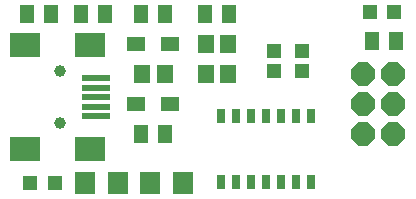
<source format=gts>
G04 EAGLE Gerber X2 export*
%TF.Part,Single*%
%TF.FileFunction,Other,Solder Mask top*%
%TF.FilePolarity,Positive*%
%TF.GenerationSoftware,Autodesk,EAGLE,9.1.3*%
%TF.CreationDate,2018-09-03T05:04:02Z*%
G75*
%MOMM*%
%FSLAX34Y34*%
%LPD*%
%AMOC8*
5,1,8,0,0,1.08239X$1,22.5*%
G01*
%ADD10R,1.201600X1.501600*%
%ADD11R,1.301600X1.301600*%
%ADD12P,2.144431X8X112.500000*%
%ADD13R,2.501600X2.101600*%
%ADD14R,2.409600X0.601600*%
%ADD15C,1.001600*%
%ADD16R,0.701600X1.301600*%
%ADD17R,1.601600X1.301600*%
%ADD18R,1.701600X1.901600*%
%ADD19R,1.401600X1.601600*%
%ADD20R,1.301600X1.201600*%


D10*
X20163Y165100D03*
X40163Y165100D03*
D11*
X43838Y22288D03*
X22838Y22288D03*
D12*
X330200Y63500D03*
X304800Y63500D03*
X330200Y88900D03*
X304800Y88900D03*
X330200Y114300D03*
X304800Y114300D03*
D13*
X73100Y139000D03*
D14*
X78740Y111000D03*
X78740Y103000D03*
X78740Y95000D03*
X78740Y87000D03*
X78740Y79000D03*
D13*
X18100Y139000D03*
X73100Y51000D03*
X18100Y51000D03*
D15*
X48100Y117000D03*
X48100Y73000D03*
D16*
X260350Y78800D03*
X247650Y78800D03*
X234950Y78800D03*
X222250Y78800D03*
X209550Y78800D03*
X196850Y78800D03*
X184150Y78800D03*
X184150Y22800D03*
X196850Y22800D03*
X209550Y22800D03*
X222250Y22800D03*
X234950Y22800D03*
X247650Y22800D03*
X260350Y22800D03*
D17*
X112500Y88900D03*
X141500Y88900D03*
X112500Y139700D03*
X141500Y139700D03*
D18*
X124113Y22225D03*
X152113Y22225D03*
D10*
X137000Y165100D03*
X117000Y165100D03*
X137000Y63500D03*
X117000Y63500D03*
X66200Y165100D03*
X86200Y165100D03*
D19*
X117500Y114300D03*
X136500Y114300D03*
X190475Y114300D03*
X171475Y114300D03*
X190475Y139700D03*
X171475Y139700D03*
D10*
X170975Y165100D03*
X190975Y165100D03*
D20*
X253050Y134163D03*
X229550Y134163D03*
X229550Y116663D03*
X253050Y116663D03*
D18*
X69488Y22263D03*
X97488Y22263D03*
D11*
X310175Y166688D03*
X331175Y166688D03*
D10*
X332263Y142875D03*
X312263Y142875D03*
M02*

</source>
